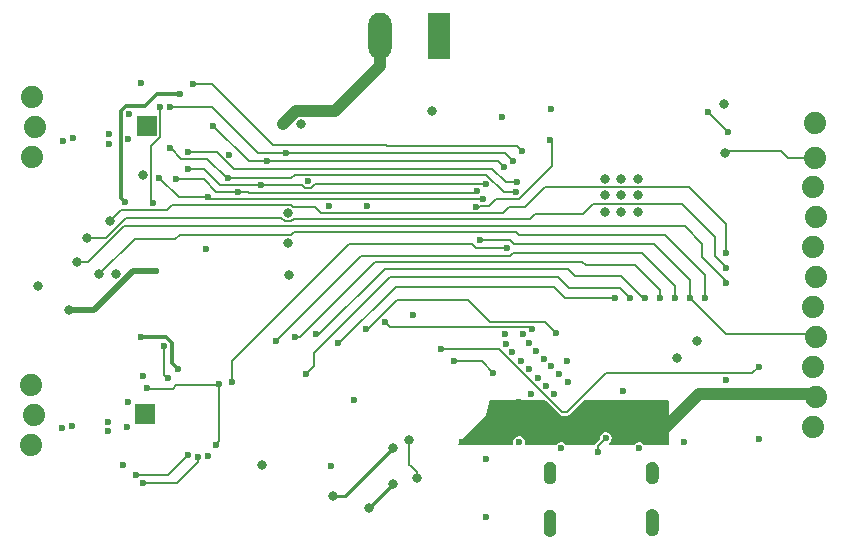
<source format=gbr>
%TF.GenerationSoftware,KiCad,Pcbnew,7.0.2*%
%TF.CreationDate,2024-03-26T23:12:22-04:00*%
%TF.ProjectId,mini_motor_go_V1_rev3,6d696e69-5f6d-46f7-946f-725f676f5f56,rev?*%
%TF.SameCoordinates,Original*%
%TF.FileFunction,Copper,L4,Bot*%
%TF.FilePolarity,Positive*%
%FSLAX46Y46*%
G04 Gerber Fmt 4.6, Leading zero omitted, Abs format (unit mm)*
G04 Created by KiCad (PCBNEW 7.0.2) date 2024-03-26 23:12:22*
%MOMM*%
%LPD*%
G01*
G04 APERTURE LIST*
%TA.AperFunction,EtchedComponent*%
%ADD10C,0.010000*%
%TD*%
%TA.AperFunction,ComponentPad*%
%ADD11C,0.600000*%
%TD*%
%TA.AperFunction,SMDPad,CuDef*%
%ADD12R,1.700000X1.700000*%
%TD*%
%TA.AperFunction,ComponentPad*%
%ADD13C,1.879600*%
%TD*%
%TA.AperFunction,ComponentPad*%
%ADD14O,0.800000X1.600000*%
%TD*%
%TA.AperFunction,ComponentPad*%
%ADD15R,1.980000X3.960000*%
%TD*%
%TA.AperFunction,ComponentPad*%
%ADD16O,1.980000X3.960000*%
%TD*%
%TA.AperFunction,ViaPad*%
%ADD17C,0.600000*%
%TD*%
%TA.AperFunction,ViaPad*%
%ADD18C,0.800000*%
%TD*%
%TA.AperFunction,Conductor*%
%ADD19C,1.000000*%
%TD*%
%TA.AperFunction,Conductor*%
%ADD20C,0.300000*%
%TD*%
%TA.AperFunction,Conductor*%
%ADD21C,0.200000*%
%TD*%
%TA.AperFunction,Conductor*%
%ADD22C,0.500000*%
%TD*%
%TA.AperFunction,Conductor*%
%ADD23C,0.152000*%
%TD*%
%TA.AperFunction,Conductor*%
%ADD24C,0.250000*%
%TD*%
G04 APERTURE END LIST*
%TO.C,J11*%
D10*
X160079600Y-89551700D02*
X160105600Y-89553700D01*
X160131600Y-89556700D01*
X160157600Y-89561700D01*
X160182600Y-89567700D01*
X160208600Y-89574700D01*
X160232600Y-89583700D01*
X160256600Y-89593700D01*
X160280600Y-89604700D01*
X160303600Y-89617700D01*
X160325600Y-89631700D01*
X160347600Y-89645700D01*
X160368600Y-89661700D01*
X160388600Y-89678700D01*
X160407600Y-89696700D01*
X160425600Y-89715700D01*
X160442600Y-89735700D01*
X160458600Y-89756700D01*
X160472600Y-89778700D01*
X160486600Y-89800700D01*
X160499600Y-89823700D01*
X160510600Y-89847700D01*
X160520600Y-89871700D01*
X160529600Y-89895700D01*
X160536600Y-89921700D01*
X160542600Y-89946700D01*
X160547600Y-89972700D01*
X160550600Y-89998700D01*
X160552600Y-90024700D01*
X160553600Y-90050700D01*
X160553600Y-90850700D01*
X160552600Y-90876700D01*
X160550600Y-90902700D01*
X160547600Y-90928700D01*
X160542600Y-90954700D01*
X160536600Y-90979700D01*
X160529600Y-91005700D01*
X160520600Y-91029700D01*
X160510600Y-91053700D01*
X160499600Y-91077700D01*
X160486600Y-91100700D01*
X160472600Y-91122700D01*
X160458600Y-91144700D01*
X160442600Y-91165700D01*
X160425600Y-91185700D01*
X160407600Y-91204700D01*
X160388600Y-91222700D01*
X160368600Y-91239700D01*
X160347600Y-91255700D01*
X160325600Y-91269700D01*
X160303600Y-91283700D01*
X160280600Y-91296700D01*
X160256600Y-91307700D01*
X160232600Y-91317700D01*
X160208600Y-91326700D01*
X160182600Y-91333700D01*
X160157600Y-91339700D01*
X160131600Y-91344700D01*
X160105600Y-91347700D01*
X160079600Y-91349700D01*
X160053600Y-91350700D01*
X160027600Y-91349700D01*
X160001600Y-91347700D01*
X159975600Y-91344700D01*
X159949600Y-91339700D01*
X159924600Y-91333700D01*
X159898600Y-91326700D01*
X159874600Y-91317700D01*
X159850600Y-91307700D01*
X159826600Y-91296700D01*
X159803600Y-91283700D01*
X159781600Y-91269700D01*
X159759600Y-91255700D01*
X159738600Y-91239700D01*
X159718600Y-91222700D01*
X159699600Y-91204700D01*
X159681600Y-91185700D01*
X159664600Y-91165700D01*
X159648600Y-91144700D01*
X159634600Y-91122700D01*
X159620600Y-91100700D01*
X159607600Y-91077700D01*
X159596600Y-91053700D01*
X159586600Y-91029700D01*
X159577600Y-91005700D01*
X159570600Y-90979700D01*
X159564600Y-90954700D01*
X159559600Y-90928700D01*
X159556600Y-90902700D01*
X159554600Y-90876700D01*
X159553600Y-90850700D01*
X159553600Y-90050700D01*
X159554600Y-90024700D01*
X159556600Y-89998700D01*
X159559600Y-89972700D01*
X159564600Y-89946700D01*
X159570600Y-89921700D01*
X159577600Y-89895700D01*
X159586600Y-89871700D01*
X159596600Y-89847700D01*
X159607600Y-89823700D01*
X159620600Y-89800700D01*
X159634600Y-89778700D01*
X159648600Y-89756700D01*
X159664600Y-89735700D01*
X159681600Y-89715700D01*
X159699600Y-89696700D01*
X159718600Y-89678700D01*
X159738600Y-89661700D01*
X159759600Y-89645700D01*
X159781600Y-89631700D01*
X159803600Y-89617700D01*
X159826600Y-89604700D01*
X159850600Y-89593700D01*
X159874600Y-89583700D01*
X159898600Y-89574700D01*
X159924600Y-89567700D01*
X159949600Y-89561700D01*
X159975600Y-89556700D01*
X160001600Y-89553700D01*
X160027600Y-89551700D01*
X160053600Y-89550700D01*
X160079600Y-89551700D01*
%TA.AperFunction,EtchedComponent*%
G36*
X160079600Y-89551700D02*
G01*
X160105600Y-89553700D01*
X160131600Y-89556700D01*
X160157600Y-89561700D01*
X160182600Y-89567700D01*
X160208600Y-89574700D01*
X160232600Y-89583700D01*
X160256600Y-89593700D01*
X160280600Y-89604700D01*
X160303600Y-89617700D01*
X160325600Y-89631700D01*
X160347600Y-89645700D01*
X160368600Y-89661700D01*
X160388600Y-89678700D01*
X160407600Y-89696700D01*
X160425600Y-89715700D01*
X160442600Y-89735700D01*
X160458600Y-89756700D01*
X160472600Y-89778700D01*
X160486600Y-89800700D01*
X160499600Y-89823700D01*
X160510600Y-89847700D01*
X160520600Y-89871700D01*
X160529600Y-89895700D01*
X160536600Y-89921700D01*
X160542600Y-89946700D01*
X160547600Y-89972700D01*
X160550600Y-89998700D01*
X160552600Y-90024700D01*
X160553600Y-90050700D01*
X160553600Y-90850700D01*
X160552600Y-90876700D01*
X160550600Y-90902700D01*
X160547600Y-90928700D01*
X160542600Y-90954700D01*
X160536600Y-90979700D01*
X160529600Y-91005700D01*
X160520600Y-91029700D01*
X160510600Y-91053700D01*
X160499600Y-91077700D01*
X160486600Y-91100700D01*
X160472600Y-91122700D01*
X160458600Y-91144700D01*
X160442600Y-91165700D01*
X160425600Y-91185700D01*
X160407600Y-91204700D01*
X160388600Y-91222700D01*
X160368600Y-91239700D01*
X160347600Y-91255700D01*
X160325600Y-91269700D01*
X160303600Y-91283700D01*
X160280600Y-91296700D01*
X160256600Y-91307700D01*
X160232600Y-91317700D01*
X160208600Y-91326700D01*
X160182600Y-91333700D01*
X160157600Y-91339700D01*
X160131600Y-91344700D01*
X160105600Y-91347700D01*
X160079600Y-91349700D01*
X160053600Y-91350700D01*
X160027600Y-91349700D01*
X160001600Y-91347700D01*
X159975600Y-91344700D01*
X159949600Y-91339700D01*
X159924600Y-91333700D01*
X159898600Y-91326700D01*
X159874600Y-91317700D01*
X159850600Y-91307700D01*
X159826600Y-91296700D01*
X159803600Y-91283700D01*
X159781600Y-91269700D01*
X159759600Y-91255700D01*
X159738600Y-91239700D01*
X159718600Y-91222700D01*
X159699600Y-91204700D01*
X159681600Y-91185700D01*
X159664600Y-91165700D01*
X159648600Y-91144700D01*
X159634600Y-91122700D01*
X159620600Y-91100700D01*
X159607600Y-91077700D01*
X159596600Y-91053700D01*
X159586600Y-91029700D01*
X159577600Y-91005700D01*
X159570600Y-90979700D01*
X159564600Y-90954700D01*
X159559600Y-90928700D01*
X159556600Y-90902700D01*
X159554600Y-90876700D01*
X159553600Y-90850700D01*
X159553600Y-90050700D01*
X159554600Y-90024700D01*
X159556600Y-89998700D01*
X159559600Y-89972700D01*
X159564600Y-89946700D01*
X159570600Y-89921700D01*
X159577600Y-89895700D01*
X159586600Y-89871700D01*
X159596600Y-89847700D01*
X159607600Y-89823700D01*
X159620600Y-89800700D01*
X159634600Y-89778700D01*
X159648600Y-89756700D01*
X159664600Y-89735700D01*
X159681600Y-89715700D01*
X159699600Y-89696700D01*
X159718600Y-89678700D01*
X159738600Y-89661700D01*
X159759600Y-89645700D01*
X159781600Y-89631700D01*
X159803600Y-89617700D01*
X159826600Y-89604700D01*
X159850600Y-89593700D01*
X159874600Y-89583700D01*
X159898600Y-89574700D01*
X159924600Y-89567700D01*
X159949600Y-89561700D01*
X159975600Y-89556700D01*
X160001600Y-89553700D01*
X160027600Y-89551700D01*
X160053600Y-89550700D01*
X160079600Y-89551700D01*
G37*
%TD.AperFunction*%
X160079600Y-93601700D02*
X160105600Y-93603700D01*
X160131600Y-93606700D01*
X160157600Y-93611700D01*
X160182600Y-93617700D01*
X160208600Y-93624700D01*
X160232600Y-93633700D01*
X160256600Y-93643700D01*
X160280600Y-93654700D01*
X160303600Y-93667700D01*
X160325600Y-93681700D01*
X160347600Y-93695700D01*
X160368600Y-93711700D01*
X160388600Y-93728700D01*
X160407600Y-93746700D01*
X160425600Y-93765700D01*
X160442600Y-93785700D01*
X160458600Y-93806700D01*
X160472600Y-93828700D01*
X160486600Y-93850700D01*
X160499600Y-93873700D01*
X160510600Y-93897700D01*
X160520600Y-93921700D01*
X160529600Y-93945700D01*
X160536600Y-93971700D01*
X160542600Y-93996700D01*
X160547600Y-94022700D01*
X160550600Y-94048700D01*
X160552600Y-94074700D01*
X160553600Y-94100700D01*
X160553600Y-95300700D01*
X160552600Y-95326700D01*
X160550600Y-95352700D01*
X160547600Y-95378700D01*
X160542600Y-95404700D01*
X160536600Y-95429700D01*
X160529600Y-95455700D01*
X160520600Y-95479700D01*
X160510600Y-95503700D01*
X160499600Y-95527700D01*
X160486600Y-95550700D01*
X160472600Y-95572700D01*
X160458600Y-95594700D01*
X160442600Y-95615700D01*
X160425600Y-95635700D01*
X160407600Y-95654700D01*
X160388600Y-95672700D01*
X160368600Y-95689700D01*
X160347600Y-95705700D01*
X160325600Y-95719700D01*
X160303600Y-95733700D01*
X160280600Y-95746700D01*
X160256600Y-95757700D01*
X160232600Y-95767700D01*
X160208600Y-95776700D01*
X160182600Y-95783700D01*
X160157600Y-95789700D01*
X160131600Y-95794700D01*
X160105600Y-95797700D01*
X160079600Y-95799700D01*
X160053600Y-95800700D01*
X160027600Y-95799700D01*
X160001600Y-95797700D01*
X159975600Y-95794700D01*
X159949600Y-95789700D01*
X159924600Y-95783700D01*
X159898600Y-95776700D01*
X159874600Y-95767700D01*
X159850600Y-95757700D01*
X159826600Y-95746700D01*
X159803600Y-95733700D01*
X159781600Y-95719700D01*
X159759600Y-95705700D01*
X159738600Y-95689700D01*
X159718600Y-95672700D01*
X159699600Y-95654700D01*
X159681600Y-95635700D01*
X159664600Y-95615700D01*
X159648600Y-95594700D01*
X159634600Y-95572700D01*
X159620600Y-95550700D01*
X159607600Y-95527700D01*
X159596600Y-95503700D01*
X159586600Y-95479700D01*
X159577600Y-95455700D01*
X159570600Y-95429700D01*
X159564600Y-95404700D01*
X159559600Y-95378700D01*
X159556600Y-95352700D01*
X159554600Y-95326700D01*
X159553600Y-95300700D01*
X159553600Y-94100700D01*
X159554600Y-94074700D01*
X159556600Y-94048700D01*
X159559600Y-94022700D01*
X159564600Y-93996700D01*
X159570600Y-93971700D01*
X159577600Y-93945700D01*
X159586600Y-93921700D01*
X159596600Y-93897700D01*
X159607600Y-93873700D01*
X159620600Y-93850700D01*
X159634600Y-93828700D01*
X159648600Y-93806700D01*
X159664600Y-93785700D01*
X159681600Y-93765700D01*
X159699600Y-93746700D01*
X159718600Y-93728700D01*
X159738600Y-93711700D01*
X159759600Y-93695700D01*
X159781600Y-93681700D01*
X159803600Y-93667700D01*
X159826600Y-93654700D01*
X159850600Y-93643700D01*
X159874600Y-93633700D01*
X159898600Y-93624700D01*
X159924600Y-93617700D01*
X159949600Y-93611700D01*
X159975600Y-93606700D01*
X160001600Y-93603700D01*
X160027600Y-93601700D01*
X160053600Y-93600700D01*
X160079600Y-93601700D01*
%TA.AperFunction,EtchedComponent*%
G36*
X160079600Y-93601700D02*
G01*
X160105600Y-93603700D01*
X160131600Y-93606700D01*
X160157600Y-93611700D01*
X160182600Y-93617700D01*
X160208600Y-93624700D01*
X160232600Y-93633700D01*
X160256600Y-93643700D01*
X160280600Y-93654700D01*
X160303600Y-93667700D01*
X160325600Y-93681700D01*
X160347600Y-93695700D01*
X160368600Y-93711700D01*
X160388600Y-93728700D01*
X160407600Y-93746700D01*
X160425600Y-93765700D01*
X160442600Y-93785700D01*
X160458600Y-93806700D01*
X160472600Y-93828700D01*
X160486600Y-93850700D01*
X160499600Y-93873700D01*
X160510600Y-93897700D01*
X160520600Y-93921700D01*
X160529600Y-93945700D01*
X160536600Y-93971700D01*
X160542600Y-93996700D01*
X160547600Y-94022700D01*
X160550600Y-94048700D01*
X160552600Y-94074700D01*
X160553600Y-94100700D01*
X160553600Y-95300700D01*
X160552600Y-95326700D01*
X160550600Y-95352700D01*
X160547600Y-95378700D01*
X160542600Y-95404700D01*
X160536600Y-95429700D01*
X160529600Y-95455700D01*
X160520600Y-95479700D01*
X160510600Y-95503700D01*
X160499600Y-95527700D01*
X160486600Y-95550700D01*
X160472600Y-95572700D01*
X160458600Y-95594700D01*
X160442600Y-95615700D01*
X160425600Y-95635700D01*
X160407600Y-95654700D01*
X160388600Y-95672700D01*
X160368600Y-95689700D01*
X160347600Y-95705700D01*
X160325600Y-95719700D01*
X160303600Y-95733700D01*
X160280600Y-95746700D01*
X160256600Y-95757700D01*
X160232600Y-95767700D01*
X160208600Y-95776700D01*
X160182600Y-95783700D01*
X160157600Y-95789700D01*
X160131600Y-95794700D01*
X160105600Y-95797700D01*
X160079600Y-95799700D01*
X160053600Y-95800700D01*
X160027600Y-95799700D01*
X160001600Y-95797700D01*
X159975600Y-95794700D01*
X159949600Y-95789700D01*
X159924600Y-95783700D01*
X159898600Y-95776700D01*
X159874600Y-95767700D01*
X159850600Y-95757700D01*
X159826600Y-95746700D01*
X159803600Y-95733700D01*
X159781600Y-95719700D01*
X159759600Y-95705700D01*
X159738600Y-95689700D01*
X159718600Y-95672700D01*
X159699600Y-95654700D01*
X159681600Y-95635700D01*
X159664600Y-95615700D01*
X159648600Y-95594700D01*
X159634600Y-95572700D01*
X159620600Y-95550700D01*
X159607600Y-95527700D01*
X159596600Y-95503700D01*
X159586600Y-95479700D01*
X159577600Y-95455700D01*
X159570600Y-95429700D01*
X159564600Y-95404700D01*
X159559600Y-95378700D01*
X159556600Y-95352700D01*
X159554600Y-95326700D01*
X159553600Y-95300700D01*
X159553600Y-94100700D01*
X159554600Y-94074700D01*
X159556600Y-94048700D01*
X159559600Y-94022700D01*
X159564600Y-93996700D01*
X159570600Y-93971700D01*
X159577600Y-93945700D01*
X159586600Y-93921700D01*
X159596600Y-93897700D01*
X159607600Y-93873700D01*
X159620600Y-93850700D01*
X159634600Y-93828700D01*
X159648600Y-93806700D01*
X159664600Y-93785700D01*
X159681600Y-93765700D01*
X159699600Y-93746700D01*
X159718600Y-93728700D01*
X159738600Y-93711700D01*
X159759600Y-93695700D01*
X159781600Y-93681700D01*
X159803600Y-93667700D01*
X159826600Y-93654700D01*
X159850600Y-93643700D01*
X159874600Y-93633700D01*
X159898600Y-93624700D01*
X159924600Y-93617700D01*
X159949600Y-93611700D01*
X159975600Y-93606700D01*
X160001600Y-93603700D01*
X160027600Y-93601700D01*
X160053600Y-93600700D01*
X160079600Y-93601700D01*
G37*
%TD.AperFunction*%
X168729600Y-89551700D02*
X168755600Y-89553700D01*
X168781600Y-89556700D01*
X168807600Y-89561700D01*
X168832600Y-89567700D01*
X168858600Y-89574700D01*
X168882600Y-89583700D01*
X168906600Y-89593700D01*
X168930600Y-89604700D01*
X168953600Y-89617700D01*
X168975600Y-89631700D01*
X168997600Y-89645700D01*
X169018600Y-89661700D01*
X169038600Y-89678700D01*
X169057600Y-89696700D01*
X169075600Y-89715700D01*
X169092600Y-89735700D01*
X169108600Y-89756700D01*
X169122600Y-89778700D01*
X169136600Y-89800700D01*
X169149600Y-89823700D01*
X169160600Y-89847700D01*
X169170600Y-89871700D01*
X169179600Y-89895700D01*
X169186600Y-89921700D01*
X169192600Y-89946700D01*
X169197600Y-89972700D01*
X169200600Y-89998700D01*
X169202600Y-90024700D01*
X169203600Y-90050700D01*
X169203600Y-90850700D01*
X169202600Y-90876700D01*
X169200600Y-90902700D01*
X169197600Y-90928700D01*
X169192600Y-90954700D01*
X169186600Y-90979700D01*
X169179600Y-91005700D01*
X169170600Y-91029700D01*
X169160600Y-91053700D01*
X169149600Y-91077700D01*
X169136600Y-91100700D01*
X169122600Y-91122700D01*
X169108600Y-91144700D01*
X169092600Y-91165700D01*
X169075600Y-91185700D01*
X169057600Y-91204700D01*
X169038600Y-91222700D01*
X169018600Y-91239700D01*
X168997600Y-91255700D01*
X168975600Y-91269700D01*
X168953600Y-91283700D01*
X168930600Y-91296700D01*
X168906600Y-91307700D01*
X168882600Y-91317700D01*
X168858600Y-91326700D01*
X168832600Y-91333700D01*
X168807600Y-91339700D01*
X168781600Y-91344700D01*
X168755600Y-91347700D01*
X168729600Y-91349700D01*
X168703600Y-91350700D01*
X168677600Y-91349700D01*
X168651600Y-91347700D01*
X168625600Y-91344700D01*
X168599600Y-91339700D01*
X168574600Y-91333700D01*
X168548600Y-91326700D01*
X168524600Y-91317700D01*
X168500600Y-91307700D01*
X168476600Y-91296700D01*
X168453600Y-91283700D01*
X168431600Y-91269700D01*
X168409600Y-91255700D01*
X168388600Y-91239700D01*
X168368600Y-91222700D01*
X168349600Y-91204700D01*
X168331600Y-91185700D01*
X168314600Y-91165700D01*
X168298600Y-91144700D01*
X168284600Y-91122700D01*
X168270600Y-91100700D01*
X168257600Y-91077700D01*
X168246600Y-91053700D01*
X168236600Y-91029700D01*
X168227600Y-91005700D01*
X168220600Y-90979700D01*
X168214600Y-90954700D01*
X168209600Y-90928700D01*
X168206600Y-90902700D01*
X168204600Y-90876700D01*
X168203600Y-90850700D01*
X168203600Y-90050700D01*
X168204600Y-90024700D01*
X168206600Y-89998700D01*
X168209600Y-89972700D01*
X168214600Y-89946700D01*
X168220600Y-89921700D01*
X168227600Y-89895700D01*
X168236600Y-89871700D01*
X168246600Y-89847700D01*
X168257600Y-89823700D01*
X168270600Y-89800700D01*
X168284600Y-89778700D01*
X168298600Y-89756700D01*
X168314600Y-89735700D01*
X168331600Y-89715700D01*
X168349600Y-89696700D01*
X168368600Y-89678700D01*
X168388600Y-89661700D01*
X168409600Y-89645700D01*
X168431600Y-89631700D01*
X168453600Y-89617700D01*
X168476600Y-89604700D01*
X168500600Y-89593700D01*
X168524600Y-89583700D01*
X168548600Y-89574700D01*
X168574600Y-89567700D01*
X168599600Y-89561700D01*
X168625600Y-89556700D01*
X168651600Y-89553700D01*
X168677600Y-89551700D01*
X168703600Y-89550700D01*
X168729600Y-89551700D01*
%TA.AperFunction,EtchedComponent*%
G36*
X168729600Y-89551700D02*
G01*
X168755600Y-89553700D01*
X168781600Y-89556700D01*
X168807600Y-89561700D01*
X168832600Y-89567700D01*
X168858600Y-89574700D01*
X168882600Y-89583700D01*
X168906600Y-89593700D01*
X168930600Y-89604700D01*
X168953600Y-89617700D01*
X168975600Y-89631700D01*
X168997600Y-89645700D01*
X169018600Y-89661700D01*
X169038600Y-89678700D01*
X169057600Y-89696700D01*
X169075600Y-89715700D01*
X169092600Y-89735700D01*
X169108600Y-89756700D01*
X169122600Y-89778700D01*
X169136600Y-89800700D01*
X169149600Y-89823700D01*
X169160600Y-89847700D01*
X169170600Y-89871700D01*
X169179600Y-89895700D01*
X169186600Y-89921700D01*
X169192600Y-89946700D01*
X169197600Y-89972700D01*
X169200600Y-89998700D01*
X169202600Y-90024700D01*
X169203600Y-90050700D01*
X169203600Y-90850700D01*
X169202600Y-90876700D01*
X169200600Y-90902700D01*
X169197600Y-90928700D01*
X169192600Y-90954700D01*
X169186600Y-90979700D01*
X169179600Y-91005700D01*
X169170600Y-91029700D01*
X169160600Y-91053700D01*
X169149600Y-91077700D01*
X169136600Y-91100700D01*
X169122600Y-91122700D01*
X169108600Y-91144700D01*
X169092600Y-91165700D01*
X169075600Y-91185700D01*
X169057600Y-91204700D01*
X169038600Y-91222700D01*
X169018600Y-91239700D01*
X168997600Y-91255700D01*
X168975600Y-91269700D01*
X168953600Y-91283700D01*
X168930600Y-91296700D01*
X168906600Y-91307700D01*
X168882600Y-91317700D01*
X168858600Y-91326700D01*
X168832600Y-91333700D01*
X168807600Y-91339700D01*
X168781600Y-91344700D01*
X168755600Y-91347700D01*
X168729600Y-91349700D01*
X168703600Y-91350700D01*
X168677600Y-91349700D01*
X168651600Y-91347700D01*
X168625600Y-91344700D01*
X168599600Y-91339700D01*
X168574600Y-91333700D01*
X168548600Y-91326700D01*
X168524600Y-91317700D01*
X168500600Y-91307700D01*
X168476600Y-91296700D01*
X168453600Y-91283700D01*
X168431600Y-91269700D01*
X168409600Y-91255700D01*
X168388600Y-91239700D01*
X168368600Y-91222700D01*
X168349600Y-91204700D01*
X168331600Y-91185700D01*
X168314600Y-91165700D01*
X168298600Y-91144700D01*
X168284600Y-91122700D01*
X168270600Y-91100700D01*
X168257600Y-91077700D01*
X168246600Y-91053700D01*
X168236600Y-91029700D01*
X168227600Y-91005700D01*
X168220600Y-90979700D01*
X168214600Y-90954700D01*
X168209600Y-90928700D01*
X168206600Y-90902700D01*
X168204600Y-90876700D01*
X168203600Y-90850700D01*
X168203600Y-90050700D01*
X168204600Y-90024700D01*
X168206600Y-89998700D01*
X168209600Y-89972700D01*
X168214600Y-89946700D01*
X168220600Y-89921700D01*
X168227600Y-89895700D01*
X168236600Y-89871700D01*
X168246600Y-89847700D01*
X168257600Y-89823700D01*
X168270600Y-89800700D01*
X168284600Y-89778700D01*
X168298600Y-89756700D01*
X168314600Y-89735700D01*
X168331600Y-89715700D01*
X168349600Y-89696700D01*
X168368600Y-89678700D01*
X168388600Y-89661700D01*
X168409600Y-89645700D01*
X168431600Y-89631700D01*
X168453600Y-89617700D01*
X168476600Y-89604700D01*
X168500600Y-89593700D01*
X168524600Y-89583700D01*
X168548600Y-89574700D01*
X168574600Y-89567700D01*
X168599600Y-89561700D01*
X168625600Y-89556700D01*
X168651600Y-89553700D01*
X168677600Y-89551700D01*
X168703600Y-89550700D01*
X168729600Y-89551700D01*
G37*
%TD.AperFunction*%
X168729600Y-93551700D02*
X168755600Y-93553700D01*
X168781600Y-93556700D01*
X168807600Y-93561700D01*
X168832600Y-93567700D01*
X168858600Y-93574700D01*
X168882600Y-93583700D01*
X168906600Y-93593700D01*
X168930600Y-93604700D01*
X168953600Y-93617700D01*
X168975600Y-93631700D01*
X168997600Y-93645700D01*
X169018600Y-93661700D01*
X169038600Y-93678700D01*
X169057600Y-93696700D01*
X169075600Y-93715700D01*
X169092600Y-93735700D01*
X169108600Y-93756700D01*
X169122600Y-93778700D01*
X169136600Y-93800700D01*
X169149600Y-93823700D01*
X169160600Y-93847700D01*
X169170600Y-93871700D01*
X169179600Y-93895700D01*
X169186600Y-93921700D01*
X169192600Y-93946700D01*
X169197600Y-93972700D01*
X169200600Y-93998700D01*
X169202600Y-94024700D01*
X169203600Y-94050700D01*
X169203600Y-95250700D01*
X169202600Y-95276700D01*
X169200600Y-95302700D01*
X169197600Y-95328700D01*
X169192600Y-95354700D01*
X169186600Y-95379700D01*
X169179600Y-95405700D01*
X169170600Y-95429700D01*
X169160600Y-95453700D01*
X169149600Y-95477700D01*
X169136600Y-95500700D01*
X169122600Y-95522700D01*
X169108600Y-95544700D01*
X169092600Y-95565700D01*
X169075600Y-95585700D01*
X169057600Y-95604700D01*
X169038600Y-95622700D01*
X169018600Y-95639700D01*
X168997600Y-95655700D01*
X168975600Y-95669700D01*
X168953600Y-95683700D01*
X168930600Y-95696700D01*
X168906600Y-95707700D01*
X168882600Y-95717700D01*
X168858600Y-95726700D01*
X168832600Y-95733700D01*
X168807600Y-95739700D01*
X168781600Y-95744700D01*
X168755600Y-95747700D01*
X168729600Y-95749700D01*
X168703600Y-95750700D01*
X168677600Y-95749700D01*
X168651600Y-95747700D01*
X168625600Y-95744700D01*
X168599600Y-95739700D01*
X168574600Y-95733700D01*
X168548600Y-95726700D01*
X168524600Y-95717700D01*
X168500600Y-95707700D01*
X168476600Y-95696700D01*
X168453600Y-95683700D01*
X168431600Y-95669700D01*
X168409600Y-95655700D01*
X168388600Y-95639700D01*
X168368600Y-95622700D01*
X168349600Y-95604700D01*
X168331600Y-95585700D01*
X168314600Y-95565700D01*
X168298600Y-95544700D01*
X168284600Y-95522700D01*
X168270600Y-95500700D01*
X168257600Y-95477700D01*
X168246600Y-95453700D01*
X168236600Y-95429700D01*
X168227600Y-95405700D01*
X168220600Y-95379700D01*
X168214600Y-95354700D01*
X168209600Y-95328700D01*
X168206600Y-95302700D01*
X168204600Y-95276700D01*
X168203600Y-95250700D01*
X168203600Y-94050700D01*
X168204600Y-94024700D01*
X168206600Y-93998700D01*
X168209600Y-93972700D01*
X168214600Y-93946700D01*
X168220600Y-93921700D01*
X168227600Y-93895700D01*
X168236600Y-93871700D01*
X168246600Y-93847700D01*
X168257600Y-93823700D01*
X168270600Y-93800700D01*
X168284600Y-93778700D01*
X168298600Y-93756700D01*
X168314600Y-93735700D01*
X168331600Y-93715700D01*
X168349600Y-93696700D01*
X168368600Y-93678700D01*
X168388600Y-93661700D01*
X168409600Y-93645700D01*
X168431600Y-93631700D01*
X168453600Y-93617700D01*
X168476600Y-93604700D01*
X168500600Y-93593700D01*
X168524600Y-93583700D01*
X168548600Y-93574700D01*
X168574600Y-93567700D01*
X168599600Y-93561700D01*
X168625600Y-93556700D01*
X168651600Y-93553700D01*
X168677600Y-93551700D01*
X168703600Y-93550700D01*
X168729600Y-93551700D01*
%TA.AperFunction,EtchedComponent*%
G36*
X168729600Y-93551700D02*
G01*
X168755600Y-93553700D01*
X168781600Y-93556700D01*
X168807600Y-93561700D01*
X168832600Y-93567700D01*
X168858600Y-93574700D01*
X168882600Y-93583700D01*
X168906600Y-93593700D01*
X168930600Y-93604700D01*
X168953600Y-93617700D01*
X168975600Y-93631700D01*
X168997600Y-93645700D01*
X169018600Y-93661700D01*
X169038600Y-93678700D01*
X169057600Y-93696700D01*
X169075600Y-93715700D01*
X169092600Y-93735700D01*
X169108600Y-93756700D01*
X169122600Y-93778700D01*
X169136600Y-93800700D01*
X169149600Y-93823700D01*
X169160600Y-93847700D01*
X169170600Y-93871700D01*
X169179600Y-93895700D01*
X169186600Y-93921700D01*
X169192600Y-93946700D01*
X169197600Y-93972700D01*
X169200600Y-93998700D01*
X169202600Y-94024700D01*
X169203600Y-94050700D01*
X169203600Y-95250700D01*
X169202600Y-95276700D01*
X169200600Y-95302700D01*
X169197600Y-95328700D01*
X169192600Y-95354700D01*
X169186600Y-95379700D01*
X169179600Y-95405700D01*
X169170600Y-95429700D01*
X169160600Y-95453700D01*
X169149600Y-95477700D01*
X169136600Y-95500700D01*
X169122600Y-95522700D01*
X169108600Y-95544700D01*
X169092600Y-95565700D01*
X169075600Y-95585700D01*
X169057600Y-95604700D01*
X169038600Y-95622700D01*
X169018600Y-95639700D01*
X168997600Y-95655700D01*
X168975600Y-95669700D01*
X168953600Y-95683700D01*
X168930600Y-95696700D01*
X168906600Y-95707700D01*
X168882600Y-95717700D01*
X168858600Y-95726700D01*
X168832600Y-95733700D01*
X168807600Y-95739700D01*
X168781600Y-95744700D01*
X168755600Y-95747700D01*
X168729600Y-95749700D01*
X168703600Y-95750700D01*
X168677600Y-95749700D01*
X168651600Y-95747700D01*
X168625600Y-95744700D01*
X168599600Y-95739700D01*
X168574600Y-95733700D01*
X168548600Y-95726700D01*
X168524600Y-95717700D01*
X168500600Y-95707700D01*
X168476600Y-95696700D01*
X168453600Y-95683700D01*
X168431600Y-95669700D01*
X168409600Y-95655700D01*
X168388600Y-95639700D01*
X168368600Y-95622700D01*
X168349600Y-95604700D01*
X168331600Y-95585700D01*
X168314600Y-95565700D01*
X168298600Y-95544700D01*
X168284600Y-95522700D01*
X168270600Y-95500700D01*
X168257600Y-95477700D01*
X168246600Y-95453700D01*
X168236600Y-95429700D01*
X168227600Y-95405700D01*
X168220600Y-95379700D01*
X168214600Y-95354700D01*
X168209600Y-95328700D01*
X168206600Y-95302700D01*
X168204600Y-95276700D01*
X168203600Y-95250700D01*
X168203600Y-94050700D01*
X168204600Y-94024700D01*
X168206600Y-93998700D01*
X168209600Y-93972700D01*
X168214600Y-93946700D01*
X168220600Y-93921700D01*
X168227600Y-93895700D01*
X168236600Y-93871700D01*
X168246600Y-93847700D01*
X168257600Y-93823700D01*
X168270600Y-93800700D01*
X168284600Y-93778700D01*
X168298600Y-93756700D01*
X168314600Y-93735700D01*
X168331600Y-93715700D01*
X168349600Y-93696700D01*
X168368600Y-93678700D01*
X168388600Y-93661700D01*
X168409600Y-93645700D01*
X168431600Y-93631700D01*
X168453600Y-93617700D01*
X168476600Y-93604700D01*
X168500600Y-93593700D01*
X168524600Y-93583700D01*
X168548600Y-93574700D01*
X168574600Y-93567700D01*
X168599600Y-93561700D01*
X168625600Y-93556700D01*
X168651600Y-93553700D01*
X168677600Y-93551700D01*
X168703600Y-93550700D01*
X168729600Y-93551700D01*
G37*
%TD.AperFunction*%
%TD*%
D11*
%TO.P,U2,21,PAD*%
%TO.N,GND*%
X125481600Y-61536400D03*
X126381600Y-61536400D03*
D12*
X125931600Y-61136400D03*
D11*
X125481600Y-60736400D03*
X126381600Y-60736400D03*
%TD*%
D13*
%TO.P,J2,1,1*%
%TO.N,Net-(U3-in+1)*%
X116174213Y-88112054D03*
%TO.P,J2,2,2*%
%TO.N,Net-(U5-V)*%
X116428213Y-85572054D03*
%TO.P,J2,3,3*%
%TO.N,Net-(U3-in+2)*%
X116174213Y-83032054D03*
%TD*%
D14*
%TO.P,J11,S1,SHELL_GND*%
%TO.N,unconnected-(J11-SHELL_GND-PadS1)*%
X160053600Y-94650700D03*
%TO.P,J11,S2,SHELL_GND*%
%TO.N,unconnected-(J11-SHELL_GND-PadS2)*%
X168703600Y-90450700D03*
%TO.P,J11,S3,SHELL_GND*%
%TO.N,unconnected-(J11-SHELL_GND-PadS3)*%
X160053600Y-90450700D03*
%TO.P,J11,S4,SHELL_GND*%
%TO.N,unconnected-(J11-SHELL_GND-PadS4)*%
X168703600Y-94650700D03*
%TD*%
D13*
%TO.P,J10,1,Pin_1*%
%TO.N,Net-(J10-Pin_1)*%
X182515000Y-63777800D03*
%TO.P,J10,2,Pin_2*%
%TO.N,Net-(J10-Pin_2)*%
X182515000Y-60882200D03*
%TD*%
D11*
%TO.P,U5,21,PAD*%
%TO.N,GND*%
X125389938Y-85894093D03*
X126289938Y-85894093D03*
D12*
X125839938Y-85494093D03*
D11*
X125389938Y-85094093D03*
X126289938Y-85094093D03*
%TD*%
D15*
%TO.P,J8,1,+*%
%TO.N,+BATT*%
X150668062Y-53472238D03*
D16*
%TO.P,J8,2,-*%
%TO.N,GND*%
X145668062Y-53472238D03*
%TD*%
D13*
%TO.P,J1,1,1*%
%TO.N,Net-(U4-in+1)*%
X116257000Y-63754000D03*
%TO.P,J1,2,2*%
%TO.N,Net-(U2-V)*%
X116511000Y-61214000D03*
%TO.P,J1,3,3*%
%TO.N,Net-(U4-in+2)*%
X116257000Y-58674000D03*
%TD*%
%TO.P,J9,1,Pin_1*%
%TO.N,+3.3V*%
X182344000Y-86610000D03*
%TO.P,J9,2,Pin_2*%
%TO.N,+5V*%
X182598000Y-84070000D03*
%TO.P,J9,3,Pin_3*%
%TO.N,GND*%
X182344000Y-81530000D03*
%TO.P,J9,4,Pin_4*%
%TO.N,gpio47*%
X182598000Y-78990000D03*
%TO.P,J9,5,Pin_5*%
%TO.N,gpio38*%
X182344000Y-76450000D03*
%TO.P,J9,6,Pin_6*%
%TO.N,Net-(J9-Pin_6)*%
X182598000Y-73910000D03*
%TO.P,J9,7,Pin_7*%
%TO.N,Net-(J9-Pin_7)*%
X182344000Y-71370000D03*
%TO.P,J9,8,Pin_8*%
%TO.N,Net-(J9-Pin_8)*%
X182598000Y-68830000D03*
%TO.P,J9,9,Pin_9*%
%TO.N,Net-(J9-Pin_9)*%
X182344000Y-66290000D03*
%TD*%
D17*
%TO.N,+BATT*%
X122642802Y-86943201D03*
D18*
X125624500Y-65250000D03*
X139050000Y-60930000D03*
D17*
X123931436Y-89838564D03*
X122732800Y-62585600D03*
X122732800Y-61772800D03*
X122642802Y-86130401D03*
%TO.N,GND*%
X161544000Y-81026000D03*
X158328060Y-81671940D03*
X166274001Y-83563600D03*
D18*
X164740000Y-66980000D03*
D17*
X118782002Y-86689201D03*
X154686000Y-94234000D03*
D18*
X164740000Y-68380000D03*
D17*
X161590842Y-82809158D03*
X124401600Y-62188400D03*
D18*
X116735000Y-74676000D03*
D17*
X157628060Y-80971940D03*
X159044166Y-82433634D03*
D18*
X166140000Y-65580000D03*
D17*
X159590842Y-80809158D03*
D18*
X123337570Y-73660000D03*
D17*
X171450000Y-87884000D03*
D18*
X135689493Y-89801810D03*
D17*
X159778060Y-83121940D03*
D18*
X166140000Y-68380000D03*
D17*
X177800000Y-87600000D03*
X157480000Y-87884000D03*
X131000000Y-71500000D03*
D18*
X137520000Y-60904365D03*
D17*
X132956940Y-63543060D03*
X157825500Y-78750000D03*
X124351602Y-84426001D03*
D18*
X164735137Y-65597355D03*
D17*
X156878060Y-80221940D03*
D18*
X137900000Y-70975500D03*
X166140000Y-66980000D03*
D17*
X143500000Y-84300000D03*
X160419981Y-83809449D03*
D18*
X167540000Y-66980000D03*
D17*
X156342637Y-79578908D03*
D18*
X167540000Y-68380000D03*
X174800000Y-59200000D03*
D17*
X141524000Y-89900000D03*
X119727546Y-62136006D03*
D18*
X138000000Y-73750000D03*
D17*
X158496000Y-83820000D03*
X124311602Y-86546001D03*
X124441600Y-60068400D03*
X125625500Y-82290000D03*
X160890842Y-82109158D03*
X118872000Y-62331600D03*
X161036000Y-88392000D03*
X144559980Y-67875500D03*
D18*
X167540000Y-65580000D03*
D17*
X158283364Y-79501678D03*
X167640000Y-88392000D03*
X160200000Y-59700000D03*
D18*
X172530000Y-79340000D03*
D17*
X131114800Y-89013600D03*
X119637548Y-86493607D03*
X156322500Y-78680558D03*
X125490000Y-57470000D03*
D18*
X137900000Y-68500000D03*
D17*
X158940842Y-80159158D03*
X160190842Y-81409158D03*
X154686000Y-89300000D03*
D18*
%TO.N,+3.3V*%
X148185362Y-87725395D03*
X148844000Y-90932000D03*
D17*
X156000000Y-60300000D03*
X125476000Y-79006000D03*
X148500000Y-77100000D03*
D18*
X119380000Y-76708000D03*
D17*
X175000000Y-82600000D03*
X125072469Y-73406000D03*
X128778000Y-58420000D03*
X128590000Y-81710000D03*
X126746000Y-73406000D03*
D18*
X170830000Y-80730000D03*
D17*
X124129800Y-67538600D03*
%TO.N,Net-(U3-in-1)*%
X125000000Y-90673500D03*
X129427830Y-88977500D03*
%TO.N,Net-(U3-in+1)*%
X130327526Y-89152900D03*
X125600000Y-91350000D03*
%TO.N,Net-(U3-ref_1)*%
X131775200Y-88073800D03*
X132100000Y-82950000D03*
X125943348Y-83248850D03*
%TO.N,/motor_controls/standby*%
X127421731Y-79763000D03*
X126492000Y-67640200D03*
X127104261Y-59503500D03*
X127740000Y-82470000D03*
%TO.N,+5V*%
X160528000Y-87630000D03*
X169926000Y-86614000D03*
X157480000Y-84455000D03*
X139599292Y-65785500D03*
X156210000Y-87884000D03*
X164338000Y-84582000D03*
X168500000Y-85900000D03*
X152654000Y-87884000D03*
D18*
X150070000Y-59790000D03*
D17*
X168402000Y-87630000D03*
X155448000Y-84836000D03*
%TO.N,Net-(U7-VFB)*%
X141400000Y-67900000D03*
D18*
%TO.N,m1_enc_cs*%
X122851991Y-69148009D03*
D17*
X175006000Y-71882000D03*
D18*
%TO.N,m2_enc_cs*%
X121920000Y-73660000D03*
D17*
X173228000Y-75692000D03*
%TO.N,m2_uh*%
X158600000Y-78300000D03*
X146106940Y-77706940D03*
%TO.N,m2_ul*%
X140250000Y-78750000D03*
X168148000Y-75692000D03*
%TO.N,m2_vh*%
X144531940Y-78281940D03*
X160600000Y-78621500D03*
%TO.N,m2_vl*%
X136900000Y-79300000D03*
X170688000Y-75692000D03*
%TO.N,m2_wh*%
X165608000Y-75692000D03*
X142113440Y-79513440D03*
%TO.N,m2_wl*%
X138500000Y-79000000D03*
X169418000Y-75692000D03*
%TO.N,m1_uh*%
X131150000Y-67150000D03*
X127000000Y-65500000D03*
X154391439Y-67300500D03*
%TO.N,m1_ul*%
X157200000Y-66700000D03*
X132789823Y-65500000D03*
X127939800Y-62941200D03*
%TO.N,m1_vh*%
X133700000Y-66700000D03*
X128400000Y-65618700D03*
X153900000Y-66585969D03*
%TO.N,m1_vl*%
X157000000Y-64075500D03*
X137700000Y-63400000D03*
X127939800Y-59503500D03*
%TO.N,m1_wh*%
X135600000Y-66075500D03*
X129446099Y-64700000D03*
X154693060Y-66006940D03*
%TO.N,m1_wl*%
X136100000Y-64100000D03*
X156200000Y-64600000D03*
X131600000Y-61100000D03*
%TO.N,Net-(J11-DP1)*%
X164800000Y-87517500D03*
X164126101Y-88722573D03*
%TO.N,Net-(U1-EN)*%
X160100000Y-62300000D03*
X153860000Y-67924500D03*
%TO.N,m2_current_sense_u*%
X133200000Y-82750000D03*
X156464000Y-71460500D03*
%TO.N,m2_current_sense_w*%
X139400000Y-82100000D03*
X166878000Y-75692000D03*
D18*
%TO.N,Net-(J10-Pin_1)*%
X174940000Y-63420000D03*
D17*
%TO.N,m1_current_sense_w*%
X129908326Y-57568045D03*
X157734000Y-63246000D03*
%TO.N,m1_current_sense_u*%
X129421099Y-63280167D03*
X157325503Y-65828100D03*
%TO.N,enc_scl*%
X175006000Y-73152000D03*
D18*
X120904000Y-70612000D03*
%TO.N,enc_sda*%
X120037570Y-72644000D03*
D17*
X175006000Y-74422000D03*
D18*
%TO.N,sda*%
X141732000Y-92456000D03*
D17*
X175125750Y-61574250D03*
D18*
X146812000Y-88392000D03*
D17*
X173482000Y-59930500D03*
D18*
%TO.N,scl*%
X146812000Y-91440000D03*
X144780000Y-93472000D03*
D17*
%TO.N,gpio38*%
X177770000Y-81480000D03*
X150900000Y-80010000D03*
%TO.N,gpio47*%
X154144667Y-70779500D03*
X152000000Y-81000000D03*
X155299500Y-82000000D03*
X171958000Y-75692000D03*
%TD*%
D19*
%TO.N,GND*%
X137520000Y-60904365D02*
X138624365Y-59800000D01*
X145668062Y-55981938D02*
X145668062Y-53472238D01*
X141850000Y-59800000D02*
X145668062Y-55981938D01*
X138624365Y-59800000D02*
X141850000Y-59800000D01*
D20*
%TO.N,+3.3V*%
X124129800Y-67538600D02*
X123751600Y-67160400D01*
D21*
X148336000Y-89916000D02*
X148844000Y-90424000D01*
D20*
X125792261Y-59418400D02*
X126790661Y-58420000D01*
D21*
X148185362Y-87725395D02*
X148185362Y-89765362D01*
D20*
X128590000Y-81710000D02*
X128071231Y-81191231D01*
D22*
X121491652Y-76708000D02*
X119380000Y-76708000D01*
D20*
X128071231Y-79493261D02*
X127583970Y-79006000D01*
D21*
X148844000Y-90424000D02*
X148844000Y-90932000D01*
D20*
X128071231Y-81191231D02*
X128071231Y-79493261D01*
X126790661Y-58420000D02*
X128778000Y-58420000D01*
X127583970Y-79006000D02*
X125476000Y-79006000D01*
D22*
X125476000Y-73406000D02*
X124793652Y-73406000D01*
X126746000Y-73406000D02*
X125476000Y-73406000D01*
D20*
X123751600Y-67160400D02*
X123751600Y-59839161D01*
D22*
X125476000Y-73406000D02*
X125072469Y-73406000D01*
D20*
X124172361Y-59418400D02*
X125792261Y-59418400D01*
D21*
X148185362Y-89765362D02*
X148336000Y-89916000D01*
D20*
X123751600Y-59839161D02*
X124172361Y-59418400D01*
D22*
X124793652Y-73406000D02*
X121491652Y-76708000D01*
D21*
%TO.N,Net-(U3-in-1)*%
X127731830Y-90673500D02*
X129427830Y-88977500D01*
X125000000Y-90673500D02*
X127731830Y-90673500D01*
%TO.N,Net-(U3-in+1)*%
X125600000Y-91350000D02*
X128500000Y-91350000D01*
X130327526Y-89522474D02*
X130327526Y-89152900D01*
X128500000Y-91350000D02*
X130327526Y-89522474D01*
D23*
%TO.N,Net-(U3-ref_1)*%
X132080000Y-87769000D02*
X131775200Y-88073800D01*
X128140909Y-83361101D02*
X126055599Y-83361101D01*
X132000000Y-83050000D02*
X128452010Y-83050000D01*
X128452010Y-83050000D02*
X128140909Y-83361101D01*
X132100000Y-82950000D02*
X132080000Y-82970000D01*
X132080000Y-82970000D02*
X132080000Y-87769000D01*
X126055599Y-83361101D02*
X125943348Y-83248850D01*
X132100000Y-82950000D02*
X132000000Y-83050000D01*
%TO.N,/motor_controls/standby*%
X127740000Y-82470000D02*
X127421731Y-82151731D01*
X127104261Y-62015739D02*
X127104261Y-59503500D01*
X126300000Y-62820000D02*
X127104261Y-62015739D01*
X126300000Y-67448200D02*
X126300000Y-62820000D01*
X127421731Y-82151731D02*
X127421731Y-79763000D01*
X126492000Y-67640200D02*
X126300000Y-67448200D01*
D19*
%TO.N,+5V*%
X172720000Y-83820000D02*
X169926000Y-86614000D01*
X182598000Y-84070000D02*
X182348000Y-83820000D01*
X182348000Y-83820000D02*
X172720000Y-83820000D01*
D23*
%TO.N,m1_enc_cs*%
X171900000Y-66300000D02*
X175006000Y-69406000D01*
X138356009Y-68000000D02*
X140212785Y-68000000D01*
X140212785Y-68000000D02*
X140712785Y-68500000D01*
X122851991Y-69148009D02*
X123783800Y-68216200D01*
X156100000Y-68500000D02*
X156600000Y-68000000D01*
X159700000Y-66300000D02*
X171900000Y-66300000D01*
X175006000Y-69406000D02*
X175006000Y-71882000D01*
X140712785Y-68500000D02*
X156100000Y-68500000D01*
X127695788Y-68216200D02*
X128093988Y-67818000D01*
X138174009Y-67818000D02*
X138356009Y-68000000D01*
X128093988Y-67818000D02*
X138174009Y-67818000D01*
X156600000Y-68000000D02*
X158000000Y-68000000D01*
X123783800Y-68216200D02*
X127695788Y-68216200D01*
X158000000Y-68000000D02*
X159700000Y-66300000D01*
%TO.N,m2_enc_cs*%
X128728480Y-70299500D02*
X138180009Y-70299500D01*
X157225500Y-70103500D02*
X157480000Y-70358000D01*
X169858000Y-70358000D02*
X173228000Y-73728000D01*
X138376009Y-70103500D02*
X157225500Y-70103500D01*
X121920000Y-73660000D02*
X124931991Y-70648009D01*
X128379971Y-70648009D02*
X128728480Y-70299500D01*
X138180009Y-70299500D02*
X138376009Y-70103500D01*
X124931991Y-70648009D02*
X128379971Y-70648009D01*
X173228000Y-73728000D02*
X173228000Y-75692000D01*
X157480000Y-70358000D02*
X169858000Y-70358000D01*
%TO.N,m2_uh*%
X146505058Y-78105058D02*
X146106940Y-77706940D01*
X158600000Y-78300000D02*
X158405058Y-78105058D01*
X158405058Y-78105058D02*
X146505058Y-78105058D01*
%TO.N,m2_ul*%
X140250000Y-78750000D02*
X140550000Y-78750000D01*
X140550000Y-78750000D02*
X146100000Y-73200000D01*
X162200000Y-73800000D02*
X166100000Y-73800000D01*
X161600000Y-73200000D02*
X162200000Y-73800000D01*
X167992000Y-75692000D02*
X168148000Y-75692000D01*
X166100000Y-73800000D02*
X167992000Y-75692000D01*
X146100000Y-73200000D02*
X161600000Y-73200000D01*
%TO.N,m2_vh*%
X155024000Y-77724000D02*
X159702500Y-77724000D01*
X153148000Y-75848000D02*
X155024000Y-77724000D01*
X144531940Y-78281940D02*
X144718060Y-78281940D01*
X159702500Y-77724000D02*
X160600000Y-78621500D01*
X147152000Y-75848000D02*
X153148000Y-75848000D01*
X144718060Y-78281940D02*
X147152000Y-75848000D01*
%TO.N,m2_vl*%
X156998509Y-71882000D02*
X167894000Y-71882000D01*
X156114815Y-72067324D02*
X156183991Y-72136500D01*
X136900000Y-79300000D02*
X144132676Y-72067324D01*
X156744009Y-72136500D02*
X156998509Y-71882000D01*
X170688000Y-74676000D02*
X170688000Y-75692000D01*
X156183991Y-72136500D02*
X156744009Y-72136500D01*
X167894000Y-71882000D02*
X170688000Y-74676000D01*
X144132676Y-72067324D02*
X156114815Y-72067324D01*
%TO.N,m2_wh*%
X142113440Y-79513440D02*
X142236560Y-79513440D01*
X161392000Y-75692000D02*
X165608000Y-75692000D01*
X160400000Y-74700000D02*
X161392000Y-75692000D01*
X142236560Y-79513440D02*
X147050000Y-74700000D01*
X147050000Y-74700000D02*
X160400000Y-74700000D01*
%TO.N,m2_wl*%
X169418000Y-75018000D02*
X169418000Y-75692000D01*
X145256000Y-72644000D02*
X162844000Y-72644000D01*
X167300000Y-72900000D02*
X169418000Y-75018000D01*
X162844000Y-72644000D02*
X163100000Y-72900000D01*
X163100000Y-72900000D02*
X167300000Y-72900000D01*
X138500000Y-79000000D02*
X138900000Y-79000000D01*
X138900000Y-79000000D02*
X145256000Y-72644000D01*
%TO.N,m1_uh*%
X127000000Y-65500000D02*
X128650000Y-67150000D01*
X128650000Y-67150000D02*
X131150000Y-67150000D01*
X154391439Y-67300500D02*
X154390939Y-67300000D01*
X131299500Y-67299500D02*
X131150000Y-67150000D01*
X146499500Y-67299500D02*
X131299500Y-67299500D01*
X146500000Y-67300000D02*
X146499500Y-67299500D01*
X154390939Y-67300000D02*
X146500000Y-67300000D01*
%TO.N,m1_ul*%
X138200000Y-65500000D02*
X132789823Y-65500000D01*
X131064067Y-63855667D02*
X128879667Y-63855667D01*
X156200000Y-66700000D02*
X154710000Y-65210000D01*
X157200000Y-66700000D02*
X156200000Y-66700000D01*
X132708400Y-65500000D02*
X131064067Y-63855667D01*
X132789823Y-65500000D02*
X132708400Y-65500000D01*
X138490000Y-65210000D02*
X138200000Y-65500000D01*
X127965200Y-62941200D02*
X127939800Y-62941200D01*
X154710000Y-65210000D02*
X138490000Y-65210000D01*
X128879667Y-63855667D02*
X127965200Y-62941200D01*
%TO.N,m1_vh*%
X134600000Y-66800000D02*
X134500000Y-66700000D01*
X131851000Y-66700000D02*
X130769700Y-65618700D01*
X153900000Y-66585969D02*
X153685969Y-66800000D01*
X153685969Y-66800000D02*
X134600000Y-66800000D01*
X130769700Y-65618700D02*
X128400000Y-65618700D01*
X133700000Y-66700000D02*
X131851000Y-66700000D01*
X134500000Y-66700000D02*
X133700000Y-66700000D01*
%TO.N,m1_vl*%
X157000000Y-64075500D02*
X156324500Y-63400000D01*
X156324500Y-63400000D02*
X137700000Y-63400000D01*
X135400000Y-63400000D02*
X131503500Y-59503500D01*
X137700000Y-63400000D02*
X135400000Y-63400000D01*
X131503500Y-59503500D02*
X127939800Y-59503500D01*
%TO.N,m1_wh*%
X130790800Y-64700000D02*
X129446099Y-64700000D01*
X154693060Y-66006940D02*
X154689531Y-66010469D01*
X139099912Y-66100000D02*
X132190800Y-66100000D01*
X140176000Y-66010469D02*
X140176000Y-66024088D01*
X140176000Y-66024088D02*
X139838588Y-66361500D01*
X139361412Y-66361500D02*
X139099912Y-66100000D01*
X139838588Y-66361500D02*
X139361412Y-66361500D01*
X132190800Y-66100000D02*
X130790800Y-64700000D01*
X154689531Y-66010469D02*
X140176000Y-66010469D01*
%TO.N,m1_wl*%
X156200000Y-64600000D02*
X155700000Y-64100000D01*
X134600000Y-64100000D02*
X136100000Y-64100000D01*
X131600000Y-61100000D02*
X134600000Y-64100000D01*
X155700000Y-64100000D02*
X136100000Y-64100000D01*
%TO.N,Net-(J11-DP1)*%
X164800000Y-87517500D02*
X164126101Y-88191399D01*
X164126101Y-88191399D02*
X164126101Y-88722573D01*
D21*
%TO.N,Net-(U1-EN)*%
X154118910Y-67924500D02*
X154142910Y-67900500D01*
X160300000Y-64448529D02*
X160300000Y-62500000D01*
X154899500Y-67900500D02*
X155500000Y-67300000D01*
X154142910Y-67900500D02*
X154899500Y-67900500D01*
X157448529Y-67300000D02*
X160300000Y-64448529D01*
X153860000Y-67924500D02*
X154118910Y-67924500D01*
X160300000Y-62500000D02*
X160100000Y-62300000D01*
X155500000Y-67300000D02*
X157448529Y-67300000D01*
D23*
%TO.N,m2_current_sense_u*%
X153869658Y-71460500D02*
X153529158Y-71120000D01*
X133200000Y-80956009D02*
X133200000Y-82750000D01*
X143036009Y-71120000D02*
X133200000Y-80956009D01*
X153529158Y-71120000D02*
X143036009Y-71120000D01*
X156464000Y-71460500D02*
X153869658Y-71460500D01*
%TO.N,m2_current_sense_w*%
X146550000Y-73900000D02*
X160800000Y-73900000D01*
X140100000Y-81400000D02*
X140100000Y-80350000D01*
X140100000Y-80350000D02*
X146550000Y-73900000D01*
X160800000Y-73900000D02*
X161700000Y-74800000D01*
X139400000Y-82100000D02*
X140100000Y-81400000D01*
X165986000Y-74800000D02*
X166878000Y-75692000D01*
X161700000Y-74800000D02*
X165986000Y-74800000D01*
D21*
%TO.N,Net-(J10-Pin_1)*%
X179680000Y-63180000D02*
X175180000Y-63180000D01*
X175180000Y-63180000D02*
X174940000Y-63420000D01*
X182515000Y-63777800D02*
X180277800Y-63777800D01*
X180277800Y-63777800D02*
X179680000Y-63180000D01*
D23*
%TO.N,m1_current_sense_w*%
X136600000Y-62700000D02*
X146213412Y-62700000D01*
X131468045Y-57568045D02*
X136600000Y-62700000D01*
X146213412Y-62700000D02*
X146319412Y-62806000D01*
X157294000Y-62806000D02*
X157734000Y-63246000D01*
X129908326Y-57568045D02*
X131468045Y-57568045D01*
X146319412Y-62806000D02*
X157294000Y-62806000D01*
%TO.N,m1_current_sense_u*%
X155200000Y-64700000D02*
X133300000Y-64700000D01*
X157325503Y-65828100D02*
X156328100Y-65828100D01*
X131880167Y-63280167D02*
X129421099Y-63280167D01*
X133300000Y-64700000D02*
X131880167Y-63280167D01*
X156328100Y-65828100D02*
X155200000Y-64700000D01*
%TO.N,enc_scl*%
X163694000Y-67700000D02*
X171300000Y-67700000D01*
X138385921Y-68970088D02*
X158359912Y-68970088D01*
X162863236Y-68530764D02*
X163694000Y-67700000D01*
X174100000Y-70500000D02*
X174100000Y-72100000D01*
X175006000Y-73006000D02*
X175006000Y-73152000D01*
X137343991Y-68900000D02*
X137619991Y-69176000D01*
X124233910Y-68900000D02*
X137343991Y-68900000D01*
X137619991Y-69176000D02*
X138180009Y-69176000D01*
X171300000Y-67700000D02*
X174100000Y-70500000D01*
X120904000Y-70612000D02*
X122521910Y-70612000D01*
X158799236Y-68530764D02*
X162863236Y-68530764D01*
X138180009Y-69176000D02*
X138385921Y-68970088D01*
X158359912Y-68970088D02*
X158799236Y-68530764D01*
X122521910Y-70612000D02*
X124233910Y-68900000D01*
X174100000Y-72100000D02*
X175006000Y-73006000D01*
%TO.N,enc_sda*%
X175006000Y-74422000D02*
X175006000Y-74206000D01*
X171496000Y-69596000D02*
X124035714Y-69596000D01*
X173000000Y-72200000D02*
X173000000Y-71100000D01*
X124035714Y-69596000D02*
X120987714Y-72644000D01*
X175006000Y-74206000D02*
X173000000Y-72200000D01*
X120987714Y-72644000D02*
X120037570Y-72644000D01*
X173000000Y-71100000D02*
X171496000Y-69596000D01*
D24*
%TO.N,sda*%
X141732000Y-92456000D02*
X142748000Y-92456000D01*
X142748000Y-92456000D02*
X146812000Y-88392000D01*
D21*
X175125750Y-61574250D02*
X173482000Y-59930500D01*
D24*
%TO.N,scl*%
X144780000Y-93472000D02*
X146812000Y-91440000D01*
D23*
%TO.N,gpio38*%
X161139944Y-85344000D02*
X155805944Y-80010000D01*
X177226000Y-82024000D02*
X164864000Y-82024000D01*
X155805944Y-80010000D02*
X150900000Y-80010000D01*
X164864000Y-82024000D02*
X161544000Y-85344000D01*
X161544000Y-85344000D02*
X161139944Y-85344000D01*
X177770000Y-81480000D02*
X177226000Y-82024000D01*
%TO.N,gpio47*%
X175006000Y-78740000D02*
X182348000Y-78740000D01*
X152000000Y-81000000D02*
X154299500Y-81000000D01*
X171958000Y-74168000D02*
X171958000Y-75692000D01*
X168910000Y-71120000D02*
X171958000Y-74168000D01*
X156739009Y-70779500D02*
X157079509Y-71120000D01*
X154299500Y-81000000D02*
X155299500Y-82000000D01*
X154144667Y-70779500D02*
X156739009Y-70779500D01*
X182348000Y-78740000D02*
X182598000Y-78990000D01*
X171958000Y-75692000D02*
X175006000Y-78740000D01*
X157079509Y-71120000D02*
X168910000Y-71120000D01*
%TD*%
%TA.AperFunction,Conductor*%
%TO.N,+5V*%
G36*
X159748591Y-84347685D02*
G01*
X159769233Y-84364319D01*
X160916537Y-85511623D01*
X160931954Y-85530407D01*
X160940599Y-85543345D01*
X160953534Y-85551987D01*
X160953545Y-85551997D01*
X161016761Y-85594235D01*
X161026909Y-85603432D01*
X161032059Y-85604456D01*
X161032059Y-85604457D01*
X161112711Y-85620500D01*
X161124680Y-85622881D01*
X161124690Y-85622882D01*
X161126148Y-85623171D01*
X161139944Y-85625916D01*
X161153739Y-85623171D01*
X161155198Y-85622882D01*
X161179387Y-85620500D01*
X161504557Y-85620500D01*
X161528746Y-85622882D01*
X161530204Y-85623171D01*
X161544000Y-85625916D01*
X161557795Y-85623171D01*
X161559254Y-85622882D01*
X161559263Y-85622881D01*
X161571232Y-85620500D01*
X161571233Y-85620500D01*
X161651885Y-85604457D01*
X161651885Y-85604456D01*
X161651885Y-85604455D01*
X161657032Y-85603432D01*
X161667177Y-85594238D01*
X161720258Y-85558772D01*
X161720258Y-85558770D01*
X161733688Y-85549798D01*
X161733689Y-85549796D01*
X161743345Y-85543345D01*
X161751987Y-85530411D01*
X161767401Y-85511627D01*
X162914710Y-84364318D01*
X162976033Y-84330834D01*
X163002391Y-84328000D01*
X170056000Y-84328000D01*
X170123039Y-84347685D01*
X170168794Y-84400489D01*
X170180000Y-84452000D01*
X170180000Y-88014000D01*
X170160315Y-88081039D01*
X170107511Y-88126794D01*
X170056000Y-88138000D01*
X168138793Y-88138000D01*
X168071754Y-88118315D01*
X168045080Y-88095202D01*
X167971129Y-88009858D01*
X167971128Y-88009857D01*
X167850053Y-87932047D01*
X167711961Y-87891500D01*
X167568039Y-87891500D01*
X167429947Y-87932047D01*
X167308870Y-88009858D01*
X167234920Y-88095202D01*
X167176143Y-88132977D01*
X167141207Y-88138000D01*
X165182543Y-88138000D01*
X165115504Y-88118315D01*
X165069749Y-88065511D01*
X165059805Y-87996353D01*
X165088830Y-87932797D01*
X165115504Y-87909684D01*
X165116453Y-87909073D01*
X165131128Y-87899643D01*
X165225377Y-87790873D01*
X165285165Y-87659957D01*
X165305647Y-87517500D01*
X165285165Y-87375043D01*
X165225377Y-87244127D01*
X165225376Y-87244126D01*
X165225376Y-87244125D01*
X165131129Y-87135358D01*
X165131128Y-87135357D01*
X165010053Y-87057547D01*
X164871961Y-87017000D01*
X164728039Y-87017000D01*
X164589947Y-87057547D01*
X164468870Y-87135358D01*
X164374623Y-87244125D01*
X164314834Y-87375042D01*
X164294353Y-87517500D01*
X164299927Y-87556271D01*
X164289983Y-87625430D01*
X164264870Y-87661598D01*
X163958476Y-87967992D01*
X163939692Y-87983409D01*
X163926756Y-87992053D01*
X163911353Y-88015103D01*
X163911340Y-88015122D01*
X163911330Y-88015139D01*
X163911329Y-88015141D01*
X163877672Y-88065512D01*
X163866059Y-88082892D01*
X163812446Y-88127696D01*
X163762957Y-88138000D01*
X161534793Y-88138000D01*
X161467754Y-88118315D01*
X161441080Y-88095202D01*
X161367129Y-88009858D01*
X161367128Y-88009857D01*
X161246053Y-87932047D01*
X161107961Y-87891500D01*
X160964039Y-87891500D01*
X160825947Y-87932047D01*
X160704870Y-88009858D01*
X160630920Y-88095202D01*
X160572143Y-88132977D01*
X160537207Y-88138000D01*
X158092231Y-88138000D01*
X158025192Y-88118315D01*
X157979437Y-88065511D01*
X157969493Y-87996353D01*
X157971354Y-87983409D01*
X157985647Y-87884000D01*
X157965165Y-87741543D01*
X157905377Y-87610627D01*
X157905376Y-87610626D01*
X157905376Y-87610625D01*
X157811129Y-87501858D01*
X157811128Y-87501857D01*
X157690053Y-87424047D01*
X157551961Y-87383500D01*
X157408039Y-87383500D01*
X157269947Y-87424047D01*
X157148870Y-87501858D01*
X157054623Y-87610625D01*
X156994834Y-87741542D01*
X156987742Y-87790873D01*
X156974353Y-87884000D01*
X156987789Y-87977453D01*
X156990507Y-87996353D01*
X156980563Y-88065512D01*
X156934808Y-88118316D01*
X156867769Y-88138000D01*
X152445362Y-88138000D01*
X152378323Y-88118315D01*
X152332568Y-88065511D01*
X152322624Y-87996353D01*
X152351649Y-87932797D01*
X152357681Y-87926319D01*
X153267000Y-87017000D01*
X154686000Y-85598000D01*
X154897664Y-84539681D01*
X154920064Y-84427682D01*
X154952514Y-84365804D01*
X155013266Y-84331294D01*
X155041656Y-84328000D01*
X159681552Y-84328000D01*
X159748591Y-84347685D01*
G37*
%TD.AperFunction*%
%TD*%
M02*

</source>
